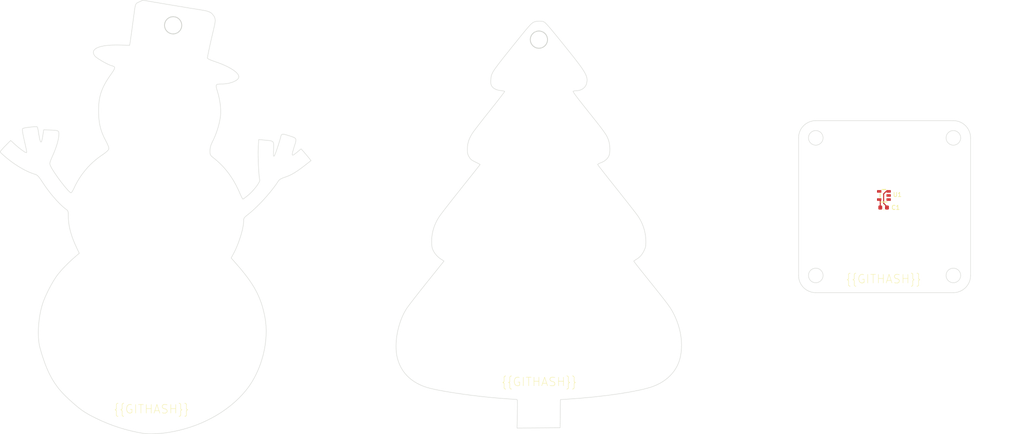
<source format=kicad_pcb>
(kicad_pcb (version 20221018) (generator pcbnew)
  (layers (0 "F.Cu" signal) (31 "B.Cu" signal) (34 "B.Paste" user) (35 "F.Paste" user) (36 "B.SilkS" user "B.Silkscreen") (37 "F.SilkS" user "F.Silkscreen") (38 "B.Mask" user) (39 "F.Mask" user) (44 "Edge.Cuts" user))
  (net 0 "")
  (net 1 "input")
  (net 2 "gnd")
  (net 3 "nc")
  (net 4 "output")
  (net 5 "vcc")
  (footprint "lib:C0603" (layer "F.Cu") (at 241.4 98)
    (fp_text reference "C1" (at 2.8 0) (layer "F.SilkS"))
    (fp_text value "50V 100nF X7R ±10% 0603  Multilayer Ceramic Capacitors MLCC - SMD/SMT ROHS")
    (fp_line (start -0.14058 -0.51) (end 0.14058 -0.51) (stroke (width 0.12)) (layer "F.SilkS"))
    (fp_line (start -0.14058 0.51) (end 0.14058 0.51) (stroke (width 0.12)) (layer "F.SilkS"))
    (pad "1" smd roundrect (at -0.775 0) (size 0.9 0.95) (layers "F.Cu" "F.Paste" "F.Mask") (net 5 "vcc"))
    (pad "2" smd roundrect (at 0.775 0) (size 0.9 0.95) (layers "F.Cu" "F.Paste" "F.Mask") (net 2 "gnd"))
  )
  (footprint "lib:SOT-23-5_L2.9-W1.6-P0.95-LS2.8-BR" (layer "F.Cu") (at 241.47 95.19)
    (fp_text reference "U1" (at 3.13 -0.19) (layer "F.SilkS"))
    (fp_text value "")
    (fp_line (start -0.89 0.38) (end -0.89 -0.38) (stroke (width 0.25)) (layer "F.SilkS"))
    (fp_line (start -0.7 1.53) (end 0.7 1.53) (stroke (width 0.25)) (layer "F.SilkS"))
    (fp_line (start -0.42 -1.39) (end 0.42 -1.39) (stroke (width 0.25)) (layer "F.SilkS"))
    (pad "1" smd rect (at 1.1 0.95 90) (size 0.6 1) (layers "F.Cu" "F.Paste" "F.Mask") (net 3 "nc"))
    (pad "2" smd rect (at 1.1 0 90) (size 0.6 1) (layers "F.Cu" "F.Paste" "F.Mask") (net 1 "input"))
    (pad "3" smd rect (at 1.1 -0.95 90) (size 0.6 1) (layers "F.Cu" "F.Paste" "F.Mask") (net 2 "gnd"))
    (pad "4" smd rect (at -1.1 -0.95 90) (size 0.6 1) (layers "F.Cu" "F.Paste" "F.Mask") (net 4 "output"))
    (pad "5" smd rect (at -1.1 0.95 90) (size 0.6 1) (layers "F.Cu" "F.Paste" "F.Mask") (net 5 "vcc"))
  )
  (gr_circle (center 225.62 81.79) (end 227.32 81.79) (stroke (width 0.1)) (fill none) (layer "Edge.Cuts"))
  (gr_circle (center 257.62 113.79) (end 259.32 113.79) (stroke (width 0.1)) (fill none) (layer "Edge.Cuts"))
  (gr_circle (center 257.62 81.79) (end 259.32 81.79) (stroke (width 0.1)) (fill none) (layer "Edge.Cuts"))
  (gr_poly (pts (xy 75.142222 50.797022) (xy 79.756606 51.568267) (xy 82.366969 51.99203) (xy 83.019066 52.095762) (xy 83.303876 52.146979) (xy 83.563537 52.198618) (xy 83.799806 52.251323) (xy 84.01444 52.305736) (xy 84.209196 52.362498) (xy 84.385831 52.422252) (xy 84.546102 52.485641) (xy 84.691766 52.553306) (xy 84.824581 52.62589) (xy 84.946303 52.704035) (xy 85.05869 52.788383) (xy 85.163499 52.879577) (xy 85.262486 52.978258) (xy 85.357409 53.08507) (xy 85.479286 53.234958) (xy 85.586233 53.378736) (xy 85.634185 53.44915) (xy 85.678498 53.519015) (xy 85.719202 53.588656) (xy 85.75633 53.658402) (xy 85.789911 53.728576) (xy 85.819976 53.799506) (xy 85.846558 53.871517) (xy 85.869686 53.944936) (xy 85.889392 54.020089) (xy 85.905707 54.097301) (xy 85.918662 54.176899) (xy 85.928287 54.259209) (xy 85.934615 54.344557) (xy 85.937675 54.433269) (xy 85.937499 54.525672) (xy 85.934119 54.62209) (xy 85.927564 54.722851) (xy 85.917866 54.82828) (xy 85.889166 55.054449) (xy 85.848266 55.303204) (xy 85.795414 55.577155) (xy 85.730859 55.878909) (xy 85.654849 56.211077) (xy 84.878546 59.55341) (xy 84.657875 60.550977) (xy 84.450892 61.532488) (xy 84.331406 62.116419) (xy 84.229648 62.629765) (xy 84.15639 63.017063) (xy 84.122409 63.222849) (xy 84.123062 63.236814) (xy 84.127967 63.251873) (xy 84.137065 63.268001) (xy 84.150302 63.285171) (xy 84.167619 63.303357) (xy 84.188962 63.322534) (xy 84.214273 63.342674) (xy 84.243497 63.363751) (xy 84.313454 63.408613) (xy 84.398381 63.456909) (xy 84.497828 63.50843) (xy 84.611342 63.562966) (xy 84.738473 63.620306) (xy 84.878767 63.680241) (xy 85.031775 63.742561) (xy 85.197043 63.807056) (xy 85.374121 63.873515) (xy 85.562558 63.94173) (xy 85.7619 64.011489) (xy 85.971698 64.082583) (xy 86.585981 64.296029) (xy 87.172975 64.516947) (xy 87.730729 64.744054) (xy 88.257293 64.976069) (xy 88.75072 65.211708) (xy 89.209058 65.449689) (xy 89.63036 65.68873) (xy 90.012676 65.927548) (xy 90.354056 66.16486) (xy 90.652552 66.399385) (xy 90.906214 66.629839) (xy 91.113092 66.85494) (xy 91.271238 67.073405) (xy 91.378702 67.283953) (xy 91.412819 67.385857) (xy 91.433535 67.485301) (xy 91.440605 67.582123) (xy 91.433787 67.676165) (xy 91.41712 67.753004) (xy 91.390362 67.829368) (xy 91.35383 67.905131) (xy 91.307839 67.980165) (xy 91.252707 68.054343) (xy 91.188749 68.12754) (xy 91.116281 68.199626) (xy 91.03562 68.270477) (xy 90.947082 68.339964) (xy 90.850984 68.407961) (xy 90.747641 68.47434) (xy 90.637371 68.538975) (xy 90.520488 68.601739) (xy 90.39731 68.662505) (xy 90.268153 68.721145) (xy 90.133332 68.777534) (xy 89.993165 68.831543) (xy 89.847967 68.883047) (xy 89.543745 68.978027) (xy 89.223197 69.06146) (xy 88.888852 69.132329) (xy 88.54324 69.189618) (xy 88.188892 69.232313) (xy 88.009232 69.24787) (xy 87.828337 69.259397) (xy 87.646523 69.266767) (xy 87.464106 69.269854) (xy 87.202959 69.272042) (xy 86.97453 69.277492) (xy 86.777472 69.288473) (xy 86.690288 69.296746) (xy 86.610443 69.307253) (xy 86.537768 69.320276) (xy 86.472096 69.3361) (xy 86.413258 69.355009) (xy 86.361087 69.377285) (xy 86.315414 69.403211) (xy 86.276071 69.433073) (xy 86.24289 69.467154) (xy 86.215703 69.505736) (xy 86.194342 69.549103) (xy 86.178638 69.59754) (xy 86.168424 69.65133) (xy 86.163532 69.710755) (xy 86.163793 69.776101) (xy 86.169039 69.847649) (xy 86.179102 69.925685) (xy 86.193814 70.010491) (xy 86.236514 70.20155) (xy 86.295792 70.423093) (xy 86.370304 70.677389) (xy 86.458705 70.966708) (xy 86.582128 71.384478) (xy 86.694998 71.803093) (xy 86.797211 72.221567) (xy 86.888665 72.638919) (xy 86.969257 73.054166) (xy 87.038885 73.466323) (xy 87.097447 73.874409) (xy 87.144838 74.277439) (xy 87.180958 74.674432) (xy 87.205702 75.064404) (xy 87.21897 75.446371) (xy 87.220657 75.819352) (xy 87.210662 76.182361) (xy 87.188881 76.534418) (xy 87.155212 76.874538) (xy 87.109553 77.201739) (xy 86.986123 77.871628) (xy 86.830027 78.558912) (xy 86.643845 79.255662) (xy 86.430157 79.953949) (xy 86.19154 80.645848) (xy 85.930575 81.323429) (xy 85.649841 81.978766) (xy 85.351916 82.60393) (xy 85.189192 82.938586) (xy 85.118752 83.093315) (xy 85.055229 83.240939) (xy 84.998352 83.382431) (xy 84.947849 83.518761) (xy 84.903447 83.650903) (xy 84.864875 83.779828) (xy 84.831859 83.906506) (xy 84.804129 84.031911) (xy 84.781412 84.157013) (xy 84.763435 84.282785) (xy 84.749927 84.410197) (xy 84.740615 84.540223) (xy 84.735228 84.673833) (xy 84.733493 84.811999) (xy 84.736223 85.129082) (xy 84.741369 85.261496) (xy 84.750575 85.379459) (xy 84.764997 85.485194) (xy 84.774524 85.534172) (xy 84.785789 85.580928) (xy 84.798934 85.625739) (xy 84.814106 85.668884) (xy 84.831447 85.710641) (xy 84.851104 85.751288) (xy 84.873219 85.791103) (xy 84.897937 85.830364) (xy 84.925403 85.869349) (xy 84.955761 85.908337) (xy 84.989155 85.947605) (xy 85.02573 85.987432) (xy 85.109 86.069873) (xy 85.206725 86.157886) (xy 85.320061 86.253696) (xy 85.598185 86.477602) (xy 86.096863 86.886277) (xy 86.577755 87.306529) (xy 87.04138 87.739064) (xy 87.488258 88.184586) (xy 87.918909 88.6438) (xy 88.333852 89.117412) (xy 88.733607 89.606125) (xy 89.118694 90.110646) (xy 89.489632 90.631678) (xy 89.846941 91.169927) (xy 90.19114 91.726098) (xy 90.52275 92.300895) (xy 90.84229 92.895024) (xy 91.150279 93.509189) (xy 91.447237 94.144095) (xy 91.733683 94.800448) (xy 91.84059 95.047283) (xy 91.945802 95.277558) (xy 92.046625 95.486234) (xy 92.140364 95.668271) (xy 92.224324 95.818627) (xy 92.295813 95.932265) (xy 92.326039 95.973739) (xy 92.352136 96.004143) (xy 92.373767 96.022848) (xy 92.382804 96.027616) (xy 92.390597 96.029223) (xy 92.399173 96.028006) (xy 92.410522 96.024397) (xy 92.441219 96.010237) (xy 92.482045 95.987221) (xy 92.53236 95.955824) (xy 92.591521 95.916524) (xy 92.658887 95.869798) (xy 92.815666 95.755976) (xy 92.997564 95.618173) (xy 93.199447 95.460204) (xy 93.416182 95.285885) (xy 93.642634 95.099032) (xy 93.891007 94.882848) (xy 94.141366 94.648628) (xy 94.390948 94.400061) (xy 94.636991 94.140836) (xy 94.87673 93.874641) (xy 95.107403 93.605164) (xy 95.326247 93.336095) (xy 95.530498 93.071122) (xy 95.717394 92.813933) (xy 95.884171 92.568218) (xy 96.028066 92.337665) (xy 96.146316 92.125962) (xy 96.236159 91.936798) (xy 96.294829 91.773863) (xy 96.311612 91.703383) (xy 96.319566 91.640844) (xy 96.318345 91.586706) (xy 96.307605 91.54143) (xy 96.264441 91.378418) (xy 96.221593 91.121805) (xy 96.138989 90.373142) (xy 96.064068 89.386161) (xy 96.001109 88.251583) (xy 95.954389 87.060129) (xy 95.928186 85.902519) (xy 95.926777 84.869474) (xy 95.95444 84.051714) (xy 96.07471 82.177477) (xy 97.36716 82.304781) (xy 98.13507 82.379263) (xy 98.441266 82.413109) (xy 98.700599 82.449744) (xy 98.916803 82.492956) (xy 99.009898 82.518212) (xy 99.09361 82.546534) (xy 99.168406 82.578395) (xy 99.234753 82.614268) (xy 99.293117 82.654627) (xy 99.343964 82.699946) (xy 99.387763 82.750698) (xy 99.424978 82.807357) (xy 99.456076 82.870396) (xy 99.481525 82.94029) (xy 99.501791 83.017511) (xy 99.51734 83.102533) (xy 99.536155 83.297877) (xy 99.541702 83.530109) (xy 99.537716 83.803018) (xy 99.51607 84.486025) (xy 99.501811 85.019341) (xy 99.495778 85.429631) (xy 99.49953 85.727933) (xy 99.505563 85.838537) (xy 99.514626 85.925284) (xy 99.526915 85.989553) (xy 99.542625 86.032723) (xy 99.551823 86.046828) (xy 99.56195 86.056175) (xy 99.573029 86.060938) (xy 99.585085 86.061289) (xy 99.612224 86.049443) (xy 99.643564 86.022019) (xy 99.679299 85.980395) (xy 99.719623 85.925951) (xy 99.770963 85.835961) (xy 99.83738 85.6921) (xy 100.00736 85.267042) (xy 100.213404 84.699332) (xy 100.439353 84.037526) (xy 100.669049 83.330178) (xy 100.886332 82.625845) (xy 101.075044 81.973082) (xy 101.219027 81.420443) (xy 101.232451 81.367288) (xy 101.246658 81.317349) (xy 101.261814 81.270604) (xy 101.278084 81.227032) (xy 101.295634 81.186611) (xy 101.314631 81.149321) (xy 101.33524 81.115138) (xy 101.357628 81.084043) (xy 101.381959 81.056013) (xy 101.4084 81.031027) (xy 101.437117 81.009064) (xy 101.468275 80.990102) (xy 101.502041 80.974119) (xy 101.538581 80.961095) (xy 101.578059 80.951007) (xy 101.620643 80.943835) (xy 101.666497 80.939556) (xy 101.715788 80.938149) (xy 101.768682 80.939594) (xy 101.825345 80.943867) (xy 101.885942 80.950949) (xy 101.950639 80.960817) (xy 102.019603 80.97345) (xy 102.092998 80.988826) (xy 102.170992 81.006924) (xy 102.253749 81.027723) (xy 102.434219 81.077337) (xy 102.635734 81.137495) (xy 102.859622 81.208025) (xy 103.581471 81.438726) (xy 103.868146 81.535185) (xy 104.108644 81.625316) (xy 104.212356 81.669476) (xy 104.305459 81.713816) (xy 104.388264 81.758923) (xy 104.461082 81.805384) (xy 104.524226 81.853787) (xy 104.578006 81.904719) (xy 104.622735 81.958768) (xy 104.658725 82.01652) (xy 104.686285 82.078563) (xy 104.705729 82.145484) (xy 104.717368 82.217871) (xy 104.721513 82.296311) (xy 104.718476 82.381392) (xy 104.708568 82.4737) (xy 104.692102 82.573823) (xy 104.669388 82.682348) (xy 104.606464 82.926954) (xy 104.522289 83.212218) (xy 104.300158 83.92351) (xy 104.076968 84.658354) (xy 103.993442 84.95378) (xy 103.929762 85.203046) (xy 103.886777 85.407528) (xy 103.865337 85.568604) (xy 103.862962 85.633296) (xy 103.866292 85.687652) (xy 103.875434 85.731846) (xy 103.890492 85.766049) (xy 103.911574 85.790433) (xy 103.938786 85.805172) (xy 103.972234 85.810436) (xy 104.012025 85.806398) (xy 104.058263 85.79323) (xy 104.111056 85.771105) (xy 104.236732 85.700671) (xy 104.3899 85.596472) (xy 104.571411 85.459887) (xy 105.02286 85.095065) (xy 105.918216 84.355181) (xy 106.388476 84.86751) (xy 106.496975 84.987739) (xy 106.625318 85.133369) (xy 106.92254 85.478508) (xy 107.242155 85.858286) (xy 107.546176 86.22806) (xy 108.2336 87.076296) (xy 106.72333 88.254687) (xy 106.031007 88.783192) (xy 105.392025 89.245391) (xy 105.089314 89.453516) (xy 104.796071 89.647331) (xy 104.511007 89.827593) (xy 104.232833 89.995056) (xy 103.960259 90.150478) (xy 103.691998 90.294613) (xy 103.426759 90.428217) (xy 103.163254 90.552046) (xy 102.900193 90.666855) (xy 102.636288 90.773401) (xy 102.370249 90.872439) (xy 102.100787 90.964724) (xy 101.955978 91.013649) (xy 101.818902 91.062832) (xy 101.689432 91.112348) (xy 101.567439 91.162273) (xy 101.452795 91.212683) (xy 101.345371 91.263651) (xy 101.245039 91.315254) (xy 101.151671 91.367567) (xy 101.065138 91.420665) (xy 100.985313 91.474624) (xy 100.912065 91.529517) (xy 100.845269 91.585421) (xy 100.784794 91.642412) (xy 100.730512 91.700563) (xy 100.682296 91.759951) (xy 100.640017 91.82065) (xy 100.313962 92.312951) (xy 99.958065 92.82026) (xy 99.575318 93.339289) (xy 99.168711 93.866747) (xy 98.741234 94.399346) (xy 98.295878 94.933795) (xy 97.835635 95.466804) (xy 97.363494 95.995083) (xy 96.882446 96.515343) (xy 96.395482 97.024295) (xy 95.905593 97.518647) (xy 95.415769 97.995111) (xy 94.929002 98.450396) (xy 94.44828 98.881213) (xy 93.976596 99.284272) (xy 93.51694 99.656283) (xy 93.364132 99.777198) (xy 93.228349 99.887118) (xy 93.108601 99.987555) (xy 93.003899 100.080022) (xy 92.913256 100.166032) (xy 92.835682 100.247098) (xy 92.770188 100.324733) (xy 92.741662 100.362737) (xy 92.715786 100.40045) (xy 92.692435 100.438062) (xy 92.671487 100.475762) (xy 92.652817 100.513738) (xy 92.636302 100.552181) (xy 92.621819 100.591279) (xy 92.609244 100.631221) (xy 92.589322 100.714395) (xy 92.575548 100.803215) (xy 92.566934 100.899195) (xy 92.56249 101.003847) (xy 92.561229 101.118685) (xy 92.548214 101.459191) (xy 92.510172 101.840399) (xy 92.448603 102.257479) (xy 92.365007 102.705605) (xy 92.260885 103.179948) (xy 92.137739 103.675679) (xy 91.997068 104.187971) (xy 91.840373 104.711996) (xy 91.669155 105.242926) (xy 91.484915 105.775933) (xy 91.289154 106.306188) (xy 91.083372 106.828864) (xy 90.86907 107.339132) (xy 90.647749 107.832164) (xy 90.420909 108.303133) (xy 90.190051 108.74721) (xy 89.658061 109.729433) (xy 90.799319 111.025652) (xy 91.552256 111.894452) (xy 92.247519 112.726345) (xy 92.887901 113.52649) (xy 93.476195 114.300047) (xy 94.015193 115.052178) (xy 94.507688 115.788042) (xy 94.956473 116.5128) (xy 95.364341 117.231612) (xy 95.734083 117.949638) (xy 96.068493 118.672038) (xy 96.370364 119.403974) (xy 96.642488 120.150605) (xy 96.887657 120.917091) (xy 97.108665 121.708593) (xy 97.308304 122.530271) (xy 97.489367 123.387286) (xy 97.659586 124.435519) (xy 97.764545 125.512723) (xy 97.805707 126.613102) (xy 97.784533 127.73086) (xy 97.702485 128.860202) (xy 97.561026 129.995332) (xy 97.361618 131.130454) (xy 97.105722 132.259774) (xy 96.794801 133.377494) (xy 96.430316 134.47782) (xy 96.01373 135.554956) (xy 95.546505 136.603107) (xy 95.030102 137.616476) (xy 94.465984 138.589268) (xy 93.855613 139.515689) (xy 93.20045 140.389941) (xy 92.386005 141.350273) (xy 91.510226 142.273552) (xy 90.576227 143.158109) (xy 89.587122 144.002278) (xy 88.546024 144.80439) (xy 87.456048 145.562779) (xy 86.320308 146.275777) (xy 85.141916 146.941716) (xy 83.923988 147.558929) (xy 82.669636 148.125749) (xy 81.381976 148.640508) (xy 80.06412 149.101539) (xy 78.719182 149.507174) (xy 77.350277 149.855747) (xy 75.960518 150.145589) (xy 74.553019 150.375033) (xy 73.862872 150.459306) (xy 73.131633 150.525975) (xy 72.383923 150.574372) (xy 71.644361 150.603827) (xy 70.93757 150.613671) (xy 70.288169 150.603235) (xy 69.720779 150.57185) (xy 69.475532 150.548093) (xy 69.26002 150.518847) (xy 69.260051 150.518832) (xy 67.831835 150.262486) (xy 66.416949 149.953785) (xy 65.016193 149.592984) (xy 63.630368 149.180338) (xy 62.260274 148.716103) (xy 60.90671 148.200532) (xy 59.570477 147.633881) (xy 58.252375 147.016405) (xy 57.283074 146.528505) (xy 56.847829 146.298277) (xy 56.438641 146.072324) (xy 56.050351 145.846994) (xy 55.6778 145.618633) (xy 55.315827 145.383588) (xy 54.959273 145.138205) (xy 54.602979 144.87883) (xy 54.241783 144.601811) (xy 53.870528 144.303492) (xy 53.484054 143.980222) (xy 52.644807 143.244211) (xy 51.682765 142.36455) (xy 51.097036 141.804159) (xy 50.54538 141.238954) (xy 50.025658 140.665073) (xy 49.535731 140.078649) (xy 49.07346 139.475819) (xy 48.636705 138.852719) (xy 48.223328 138.205483) (xy 47.831189 137.530249) (xy 47.458149 136.823151) (xy 47.10207 136.080325) (xy 46.760812 135.297907) (xy 46.432236 134.472032) (xy 46.114202 133.598836) (xy 45.804573 132.674455) (xy 45.501208 131.695024) (xy 45.201968 130.656679) (xy 45.078569 130.147371) (xy 44.978794 129.594224) (xy 44.90231 129.00242) (xy 44.848785 128.377144) (xy 44.817886 127.723579) (xy 44.809281 127.046907) (xy 44.822637 126.352311) (xy 44.857621 125.644974) (xy 44.913901 124.93008) (xy 44.991145 124.212811) (xy 45.089019 123.498351) (xy 45.207191 122.791883) (xy 45.345328 122.098589) (xy 45.503099 121.423652) (xy 45.68017 120.772256) (xy 45.876208 120.149584) (xy 46.005143 119.787909) (xy 46.154924 119.401263) (xy 46.508073 118.570286) (xy 46.917749 117.69111) (xy 47.366047 116.79819) (xy 47.83506 115.92598) (xy 48.306883 115.108937) (xy 48.76361 114.381515) (xy 48.980717 114.062179) (xy 49.187335 113.77817) (xy 49.387433 113.519297) (xy 49.599256 113.255538) (xy 50.056372 112.715109) (xy 50.555279 112.160374) (xy 51.092575 111.594824) (xy 51.664855 111.021952) (xy 52.268718 110.445248) (xy 52.900758 109.868205) (xy 53.557574 109.294314) (xy 54.329783 108.634142) (xy 53.616031 107.110232) (xy 53.390001 106.6154) (xy 53.179365 106.128819) (xy 52.984012 105.650049) (xy 52.803829 105.178652) (xy 52.638704 104.71419) (xy 52.488525 104.256224) (xy 52.353181 103.804315) (xy 52.232559 103.358025) (xy 52.126547 102.916915) (xy 52.035034 102.480548) (xy 51.957906 102.048484) (xy 51.895053 101.620284) (xy 51.846363 101.195511) (xy 51.811722 100.773726) (xy 51.79102 100.35449) (xy 51.784144 99.937365) (xy 51.780657 99.620612) (xy 51.776007 99.482669) (xy 51.769161 99.357285) (xy 51.759927 99.243666) (xy 51.748111 99.141014) (xy 51.733519 99.048534) (xy 51.715958 98.96543) (xy 51.695233 98.890904) (xy 51.671153 98.824161) (xy 51.643523 98.764406) (xy 51.612149 98.71084) (xy 51.576839 98.662669) (xy 51.537399 98.619096) (xy 51.493635 98.579325) (xy 51.445353 98.542559) (xy 51.149902 98.324092) (xy 50.839064 98.073347) (xy 50.514896 97.792628) (xy 50.179453 97.484238) (xy 49.834791 97.150482) (xy 49.482966 96.793665) (xy 49.126033 96.41609) (xy 48.766047 96.020062) (xy 48.405065 95.607885) (xy 48.045142 95.181864) (xy 47.688333 94.744302) (xy 47.336694 94.297504) (xy 46.992281 93.843774) (xy 46.657149 93.385417) (xy 46.333354 92.924737) (xy 46.022952 92.464037) (xy 45.611719 91.844971) (xy 45.279782 91.362091) (xy 45.137757 91.165551) (xy 45.008606 90.995655) (xy 44.89001 90.849933) (xy 44.779654 90.725918) (xy 44.675221 90.621143) (xy 44.574392 90.533138) (xy 44.474852 90.459437) (xy 44.374284 90.397571) (xy 44.27037 90.345073) (xy 44.160793 90.299474) (xy 44.043237 90.258307) (xy 43.915385 90.219103) (xy 43.593888 90.117525) (xy 43.255864 89.996009) (xy 42.903268 89.855657) (xy 42.538058 89.697573) (xy 42.162189 89.522858) (xy 41.777618 89.332616) (xy 41.386301 89.127951) (xy 40.990194 88.909964) (xy 40.591254 88.679759) (xy 40.191438 88.438438) (xy 39.792701 88.187105) (xy 39.396999 87.926862) (xy 39.00629 87.658812) (xy 38.622529 87.384058) (xy 38.247673 87.103703) (xy 37.883677 86.81885) (xy 37.49456 86.502783) (xy 37.131548 86.199554) (xy 36.802586 85.916398) (xy 36.515619 85.660548) (xy 36.278593 85.439239) (xy 36.099452 85.259705) (xy 36.034071 85.187865) (xy 35.986141 85.129182) (xy 35.956654 85.08456) (xy 35.946605 85.054903) (xy 35.948192 85.042433) (xy 35.952903 85.026953) (xy 35.971384 84.987332) (xy 36.001425 84.936776) (xy 36.042403 84.876021) (xy 36.093695 84.805804) (xy 36.154681 84.726859) (xy 36.224736 84.639924) (xy 36.303239 84.545735) (xy 36.389567 84.445026) (xy 36.483097 84.338536) (xy 36.689276 84.11115) (xy 36.916796 83.869466) (xy 37.037003 83.745102) (xy 37.160678 83.619372) (xy 38.374759 82.395922) (xy 39.365809 83.301684) (xy 39.814301 83.698656) (xy 40.266196 84.075272) (xy 40.704205 84.419302) (xy 41.111041 84.718514) (xy 41.469414 84.960676) (xy 41.625024 85.056541) (xy 41.762035 85.133557) (xy 41.878286 85.190195) (xy 41.971615 85.224926) (xy 42.039863 85.236222) (xy 42.063905 85.232603) (xy 42.080867 85.222552) (xy 42.085566 85.215268) (xy 42.089233 85.203934) (xy 42.093537 85.169549) (xy 42.093921 85.120268) (xy 42.090523 85.056964) (xy 42.083485 84.98051) (xy 42.072948 84.891778) (xy 42.059051 84.79164) (xy 42.041937 84.68097) (xy 41.998614 84.43152) (xy 41.944105 84.150408) (xy 41.879534 83.844615) (xy 41.806025 83.52112) (xy 41.578977 82.541169) (xy 41.399614 81.732306) (xy 41.265507 81.079136) (xy 41.174225 80.56626) (xy 41.123338 80.17828) (xy 41.112283 80.026315) (xy 41.110416 79.899799) (xy 41.117432 79.796809) (xy 41.133029 79.71542) (xy 41.156901 79.653706) (xy 41.188746 79.609743) (xy 41.213078 79.592846) (xy 41.252556 79.575085) (xy 41.372962 79.537437) (xy 41.541984 79.497733) (xy 41.751641 79.456905) (xy 42.26094 79.37561) (xy 42.837013 79.301016) (xy 43.416018 79.240586) (xy 43.934111 79.201782) (xy 44.150364 79.192822) (xy 44.327447 79.192067) (xy 44.45738 79.20045) (xy 44.532183 79.218905) (xy 44.538527 79.223215) (xy 44.545097 79.229471) (xy 44.551878 79.23762) (xy 44.558855 79.247608) (xy 44.573336 79.272888) (xy 44.588416 79.304879) (xy 44.603974 79.343154) (xy 44.619887 79.387282) (xy 44.636031 79.436835) (xy 44.652284 79.491383) (xy 44.668525 79.550496) (xy 44.684629 79.613746) (xy 44.700475 79.680703) (xy 44.715939 79.750937) (xy 44.7309 79.82402) (xy 44.745234 79.899521) (xy 44.75882 79.977012) (xy 44.771533 80.056063) (xy 44.946351 81.130774) (xy 45.025944 81.564983) (xy 45.101061 81.931234) (xy 45.172253 82.230134) (xy 45.24007 82.462288) (xy 45.305063 82.628302) (xy 45.336673 82.686696) (xy 45.367783 82.728781) (xy 45.398463 82.754634) (xy 45.428781 82.764331) (xy 45.458807 82.757947) (xy 45.488608 82.735557) (xy 45.518254 82.697238) (xy 45.547814 82.643066) (xy 45.606951 82.487462) (xy 45.666568 82.269351) (xy 45.727218 81.98934) (xy 45.78945 81.648032) (xy 45.853816 81.246035) (xy 46.055377 79.918581) (xy 47.417926 79.96628) (xy 48.109143 79.993687) (xy 48.392021 80.009194) (xy 48.636741 80.027435) (xy 48.846051 80.049559) (xy 49.022696 80.076715) (xy 49.169424 80.110051) (xy 49.288982 80.150717) (xy 49.339431 80.174158) (xy 49.384117 80.199861) (xy 49.423385 80.227972) (xy 49.457577 80.258632) (xy 49.487036 80.291987) (xy 49.512107 80.32818) (xy 49.533132 80.367353) (xy 49.550455 80.409652) (xy 49.575367 80.504197) (xy 49.589592 80.612965) (xy 49.595876 80.737105) (xy 49.596965 80.877764) (xy 49.590289 81.099803) (xy 49.571905 81.336737) (xy 49.542029 81.587807) (xy 49.500879 81.852253) (xy 49.448672 82.129318) (xy 49.385623 82.418243) (xy 49.311951 82.718269) (xy 49.227873 83.028637) (xy 49.133604 83.34859) (xy 49.029362 83.677367) (xy 48.915364 84.014212) (xy 48.791827 84.358364) (xy 48.658967 84.709065) (xy 48.517002 85.065558) (xy 48.366148 85.427082) (xy 48.206622 85.792879) (xy 47.949769 86.374791) (xy 47.755997 86.832451) (xy 47.68104 87.021721) (xy 47.619784 87.188367) (xy 47.571537 87.335205) (xy 47.535609 87.465048) (xy 47.511311 87.580709) (xy 47.497952 87.685002) (xy 47.494842 87.78074) (xy 47.501291 87.870737) (xy 47.516609 87.957807) (xy 47.540106 88.044763) (xy 47.571091 88.134418) (xy 47.608874 88.229586) (xy 47.761079 88.551834) (xy 47.975096 88.939463) (xy 48.241913 89.380584) (xy 48.55252 89.863307) (xy 49.269066 90.905997) (xy 50.052651 91.972411) (xy 50.831193 92.967426) (xy 51.196047 93.408433) (xy 51.532609 93.795921) (xy 51.831869 94.117998) (xy 52.084818 94.362774) (xy 52.282443 94.518359) (xy 52.357694 94.558989) (xy 52.415736 94.572863) (xy 52.426811 94.571375) (xy 52.439084 94.56696) (xy 52.452509 94.559691) (xy 52.467041 94.549641) (xy 52.482633 94.536883) (xy 52.499239 94.521489) (xy 52.516813 94.503532) (xy 52.535309 94.483086) (xy 52.574881 94.435018) (xy 52.617586 94.377866) (xy 52.663055 94.312214) (xy 52.710918 94.238646) (xy 52.760808 94.157745) (xy 52.812354 94.070093) (xy 52.865187 93.976276) (xy 52.918939 93.876875) (xy 52.97324 93.772474) (xy 53.02772 93.663657) (xy 53.082012 93.551007) (xy 53.135745 93.435107) (xy 53.405424 92.869327) (xy 53.69623 92.311615) (xy 54.007442 91.76282) (xy 54.338342 91.223792) (xy 54.688208 90.695381) (xy 55.05632 90.178436) (xy 55.441958 89.673808) (xy 55.844402 89.182347) (xy 56.262932 88.704901) (xy 56.696828 88.242322) (xy 57.145369 87.795459) (xy 57.607836 87.365163) (xy 58.083508 86.952281) (xy 58.571665 86.557666) (xy 59.071586 86.182166) (xy 59.582553 85.826632) (xy 59.914962 85.598282) (xy 60.214172 85.3804) (xy 60.477869 85.17504) (xy 60.595674 85.077698) (xy 60.703732 84.984257) (xy 60.801753 84.894974) (xy 60.889447 84.810106) (xy 60.966524 84.72991) (xy 61.032694 84.654642) (xy 61.087669 84.584559) (xy 61.131158 84.519919) (xy 61.162872 84.460977) (xy 61.182521 84.407992) (xy 61.189444 84.378526) (xy 61.194656 84.347449) (xy 61.198136 84.314702) (xy 61.199864 84.280227) (xy 61.197977 84.205863) (xy 61.188829 84.123892) (xy 61.172254 84.033852) (xy 61.148084 83.935279) (xy 61.116154 83.82771) (xy 61.076297 83.71068) (xy 61.028345 83.583727) (xy 60.972134 83.446388) (xy 60.907495 83.298197) (xy 60.834263 83.138693) (xy 60.75227 82.967412) (xy 60.661351 82.783889) (xy 60.561339 82.587662) (xy 60.452067 82.378268) (xy 60.237971 81.961359) (xy 60.041673 81.555601) (xy 59.862568 81.158484) (xy 59.700049 80.767498) (xy 59.553508 80.380135) (xy 59.422339 79.993885) (xy 59.305935 79.60624) (xy 59.203689 79.21469) (xy 59.114995 78.816725) (xy 59.039245 78.409838) (xy 58.975833 77.991518) (xy 58.924151 77.559256) (xy 58.883594 77.110544) (xy 58.853553 76.642872) (xy 58.833423 76.153731) (xy 58.822596 75.640612) (xy 58.82378 75.019765) (xy 58.843433 74.425285) (xy 58.882591 73.854032) (xy 58.942291 73.302869) (xy 59.023569 72.768658) (xy 59.127459 72.248262) (xy 59.255 71.738542) (xy 59.407225 71.236361) (xy 59.585172 70.73858) (xy 59.789877 70.242062) (xy 60.022374 69.743669) (xy 60.283701 69.240263) (xy 60.574893 68.728705) (xy 60.896986 68.205859) (xy 61.251015 67.668586) (xy 61.638018 67.113749) (xy 61.84244 66.825076) (xy 62.020375 66.566593) (xy 62.17201 66.336298) (xy 62.29753 66.132187) (xy 62.397121 65.95226) (xy 62.470968 65.794512) (xy 62.498296 65.72333) (xy 62.519258 65.656942) (xy 62.533877 65.595098) (xy 62.542176 65.537547) (xy 62.544179 65.484039) (xy 62.539908 65.434323) (xy 62.529387 65.388151) (xy 62.512639 65.34527) (xy 62.489688 65.305431) (xy 62.460556 65.268384) (xy 62.425267 65.233878) (xy 62.383844 65.201662) (xy 62.33631 65.171487) (xy 62.282689 65.143103) (xy 62.157276 65.090703) (xy 62.007792 65.042459) (xy 61.834422 64.996371) (xy 61.657986 64.943069) (xy 61.445562 64.862593) (xy 61.203024 64.758325) (xy 60.93625 64.633653) (xy 60.353499 64.336631) (xy 59.744319 63.998608) (xy 59.155721 63.646664) (xy 58.634716 63.307879) (xy 58.414252 63.151884) (xy 58.228316 63.009334) (xy 58.082783 62.883614) (xy 57.983531 62.778109) (xy 57.869943 62.622242) (xy 57.777351 62.470362) (xy 57.705558 62.322559) (xy 57.654369 62.178917) (xy 57.623588 62.039526) (xy 57.613018 61.904471) (xy 57.622463 61.773839) (xy 57.651728 61.647718) (xy 57.700616 61.526195) (xy 57.768931 61.409356) (xy 57.856477 61.297289) (xy 57.963058 61.190081) (xy 58.088479 61.087819) (xy 58.232542 60.99059) (xy 58.395052 60.89848) (xy 58.575812 60.811578) (xy 58.774627 60.72997) (xy 58.991301 60.653743) (xy 59.225638 60.582984) (xy 59.477441 60.51778) (xy 59.746514 60.458218) (xy 60.032661 60.404385) (xy 60.335687 60.356369) (xy 60.655395 60.314256) (xy 60.991589 60.278134) (xy 61.344073 60.248089) (xy 61.712651 60.224208) (xy 62.097127 60.20658) (xy 62.497305 60.195289) (xy 62.912988 60.190424) (xy 63.343981 60.192072) (xy 63.790088 60.20032) (xy 66.056857 60.258219) (xy 66.273486 58.80189) (xy 66.542465 56.891029) (xy 66.884944 54.341891) (xy 67.190183 52.053843) (xy 67.248082 51.679802) (xy 67.303557 51.37005) (xy 67.359078 51.117137) (xy 67.417116 50.913616) (xy 67.48014 50.752035) (xy 67.55062 50.624945) (xy 67.631027 50.524898) (xy 67.72383 50.444442) (xy 67.831501 50.37613) (xy 67.956508 50.312512) (xy 68.268412 50.169558) (xy 69.100734 49.778315)) (stroke (width 0.1)) (fill none) (layer "Edge.Cuts"))
  (gr_arc (start 261.62 113.79) (mid 260.448427 116.618427) (end 257.62 117.79) (stroke (width 0.1)) (layer "Edge.Cuts"))
  (gr_arc (start 225.62 117.79) (mid 222.791573 116.618427) (end 221.62 113.79) (stroke (width 0.1)) (layer "Edge.Cuts"))
  (gr_line (start 261.62 113.79) (end 261.62 81.79) (stroke (width 0.1)) (layer "Edge.Cuts"))
  (gr_circle (center 161.229974 58.946031) (end 163.229974 58.946031) (stroke (width 0.2)) (fill none) (layer "Edge.Cuts"))
  (gr_line (start 221.62 81.79) (end 221.62 113.79) (stroke (width 0.1)) (layer "Edge.Cuts"))
  (gr_arc (start 257.62 77.79) (mid 260.448427 78.961573) (end 261.62 81.79) (stroke (width 0.1)) (layer "Edge.Cuts"))
  (gr_poly (pts (xy 161.429183 54.643361) (xy 161.588699 54.648976) (xy 161.743405 54.660128) (xy 161.8913 54.67685) (xy 162.030385 54.699174) (xy 162.158659 54.727132) (xy 162.274122 54.760758) (xy 162.374774 54.800082) (xy 162.418214 54.822065) (xy 162.465501 54.850416) (xy 162.517128 54.885713) (xy 162.573587 54.928531) (xy 162.702967 55.039035) (xy 162.857578 55.186538) (xy 163.041357 55.37565) (xy 163.258241 55.610981) (xy 163.512165 55.897139) (xy 163.807067 56.238735) (xy 164.146884 56.640378) (xy 164.53555 57.106678) (xy 164.977005 57.642244) (xy 165.475183 58.251687) (xy 166.657456 59.710639) (xy 168.113864 61.520411) (xy 169.490282 63.25197) (xy 170.562092 64.650979) (xy 170.993296 65.243203) (xy 171.359779 65.7732) (xy 171.665351 66.247941) (xy 171.913823 66.674396) (xy 172.109006 67.059535) (xy 172.254708 67.41033) (xy 172.354741 67.733749) (xy 172.412915 68.036764) (xy 172.433041 68.326344) (xy 172.418927 68.609461) (xy 172.374385 68.893084) (xy 172.303226 69.184183) (xy 172.274597 69.278158) (xy 172.242 69.369887) (xy 172.205507 69.459324) (xy 172.165188 69.546423) (xy 172.121114 69.631137) (xy 172.073357 69.713419) (xy 172.021987 69.793223) (xy 171.967076 69.870502) (xy 171.908694 69.945208) (xy 171.846914 70.017296) (xy 171.781806 70.08672) (xy 171.71344 70.153431) (xy 171.641889 70.217383) (xy 171.567223 70.278531) (xy 171.489513 70.336826) (xy 171.408831 70.392223) (xy 171.325247 70.444674) (xy 171.238833 70.494134) (xy 171.14966 70.540554) (xy 171.057799 70.58389) (xy 170.96332 70.624093) (xy 170.866295 70.661118) (xy 170.766796 70.694917) (xy 170.664893 70.725444) (xy 170.560657 70.752652) (xy 170.45416 70.776495) (xy 170.345472 70.796926) (xy 170.234664 70.813898) (xy 170.121809 70.827364) (xy 170.006976 70.837278) (xy 169.890237 70.843593) (xy 169.771663 70.846262) (xy 169.726607 70.847177) (xy 169.681188 70.849133) (xy 169.590479 70.855957) (xy 169.501974 70.8663) (xy 169.418107 70.879728) (xy 169.378675 70.887463) (xy 169.341315 70.895806) (xy 169.306334 70.904703) (xy 169.274034 70.9141) (xy 169.244721 70.923942) (xy 169.218699 70.934176) (xy 169.196272 70.944746) (xy 169.177745 70.955599) (xy 169.171643 70.965792) (xy 169.172154 70.983757) (xy 169.17922 71.009417) (xy 169.192785 71.042693) (xy 169.239181 71.131786) (xy 169.310885 71.250417) (xy 169.407439 71.397965) (xy 169.528385 71.573811) (xy 169.673265 71.777334) (xy 169.841623 72.007915) (xy 170.246938 72.547768) (xy 170.740668 73.18841) (xy 171.319154 73.924882) (xy 171.978732 74.752222) (xy 174.641332 78.093405) (xy 175.537111 79.246786) (xy 176.200008 80.134787) (xy 176.673118 80.816979) (xy 176.99954 81.352933) (xy 177.222371 81.802218) (xy 177.384708 82.224406) (xy 177.462833 82.472098) (xy 177.531331 82.72855) (xy 177.59016 82.991701) (xy 177.639284 83.259489) (xy 177.678662 83.529854) (xy 177.708257 83.800735) (xy 177.728028 84.070071) (xy 177.737937 84.335802) (xy 177.737946 84.595867) (xy 177.728014 84.848205) (xy 177.708104 85.090755) (xy 177.678176 85.321456) (xy 177.638191 85.538248) (xy 177.588111 85.739069) (xy 177.527896 85.92186) (xy 177.457507 86.084559) (xy 177.391656 86.207668) (xy 177.318059 86.327563) (xy 177.236853 86.444134) (xy 177.148173 86.557272) (xy 177.052156 86.666869) (xy 176.948938 86.772814) (xy 176.838657 86.874999) (xy 176.721448 86.973315) (xy 176.597448 87.067652) (xy 176.466794 87.157903) (xy 176.32962 87.243956) (xy 176.186065 87.325705) (xy 176.036265 87.403039) (xy 175.880355 87.475849) (xy 175.718473 87.544027) (xy 175.550754 87.607462) (xy 175.482045 87.632835) (xy 175.415483 87.658969) (xy 175.351405 87.685667) (xy 175.290146 87.712731) (xy 175.23204 87.739963) (xy 175.177423 87.767164) (xy 175.126631 87.794136) (xy 175.079997 87.820681) (xy 175.037859 87.846601) (xy 175.00055 87.871698) (xy 174.968407 87.895773) (xy 174.941764 87.918629) (xy 174.920956 87.940066) (xy 174.90632 87.959888) (xy 174.898189 87.977896) (xy 174.896668 87.986157) (xy 174.8969 87.993891) (xy 174.922027 88.037315) (xy 174.991394 88.135797) (xy 175.25375 88.486297) (xy 176.209258 89.720013) (xy 177.617844 91.508896) (xy 179.333926 93.666804) (xy 181.092323 95.879526) (xy 182.616098 97.817656) (xy 183.742073 99.272256) (xy 184.307071 100.034388) (xy 184.515284 100.360502) (xy 184.7117 100.694247) (xy 184.896111 101.034954) (xy 185.068309 101.381957) (xy 185.228084 101.734588) (xy 185.375229 102.092181) (xy 185.509535 102.454068) (xy 185.630794 102.819582) (xy 185.738797 103.188056) (xy 185.833335 103.558822) (xy 185.914201 103.931214) (xy 185.981186 104.304563) (xy 186.034081 104.678204) (xy 186.072678 105.051468) (xy 186.096768 105.423689) (xy 186.106143 105.794199) (xy 186.105091 106.172735) (xy 186.095928 106.491761) (xy 186.087599 106.633067) (xy 186.076394 106.764426) (xy 186.062032 106.887483) (xy 186.044229 107.003882) (xy 186.022703 107.115265) (xy 185.997171 107.223277) (xy 185.967351 107.329562) (xy 185.932961 107.435763) (xy 185.893716 107.543524) (xy 185.849336 107.654488) (xy 185.744037 107.892603) (xy 185.654537 108.079442) (xy 185.563285 108.257402) (xy 185.469989 108.426825) (xy 185.374358 108.588053) (xy 185.276102 108.741425) (xy 185.174928 108.887283) (xy 185.070547 109.025968) (xy 184.962667 109.15782) (xy 184.850997 109.283181) (xy 184.735246 109.402392) (xy 184.615122 109.515794) (xy 184.490336 109.623727) (xy 184.360596 109.726532) (xy 184.22561 109.824551) (xy 184.085088 109.918125) (xy 183.938739 110.007593) (xy 183.810996 110.084401) (xy 183.691836 110.159793) (xy 183.583867 110.231854) (xy 183.489696 110.298666) (xy 183.41193 110.358313) (xy 183.380014 110.384851) (xy 183.353176 110.408878) (xy 183.331744 110.430155) (xy 183.316042 110.448443) (xy 183.306397 110.463502) (xy 183.303947 110.469746) (xy 183.303134 110.475092) (xy 183.318272 110.503511) (xy 183.362609 110.567965) (xy 183.532916 110.797359) (xy 183.802115 111.148045) (xy 184.158269 111.604794) (xy 185.08369 112.775559) (xy 186.213672 114.187815) (xy 189.362188 118.120691) (xy 190.402126 119.447898) (xy 191.169656 120.462983) (xy 191.727633 121.251467) (xy 192.13891 121.898876) (xy 192.466342 122.490732) (xy 192.772785 123.112559) (xy 193.051147 123.726705) (xy 193.303988 124.346147) (xy 193.531154 124.969731) (xy 193.732492 125.596305) (xy 193.907848 126.224716) (xy 194.05707 126.853811) (xy 194.180003 127.482437) (xy 194.276494 128.109442) (xy 194.346391 128.733673) (xy 194.389538 129.353977) (xy 194.405784 129.969202) (xy 194.394974 130.578194) (xy 194.356955 131.1798) (xy 194.291575 131.772869) (xy 194.198678 132.356247) (xy 194.078113 132.928782) (xy 193.929544 133.476781) (xy 193.74781 134.009233) (xy 193.533455 134.525547) (xy 193.287022 135.025131) (xy 193.009057 135.507395) (xy 192.700103 135.971748) (xy 192.360704 136.4176) (xy 191.991405 136.844359) (xy 191.592749 137.251434) (xy 191.165282 137.638235) (xy 190.709547 138.004171) (xy 190.226087 138.348651) (xy 189.715449 138.671084) (xy 189.178175 138.970879) (xy 188.61481 139.247446) (xy 188.025897 139.500193) (xy 187.387382 139.730873) (xy 186.62691 139.962173) (xy 185.752713 140.192844) (xy 184.773022 140.421641) (xy 182.530085 140.868622) (xy 179.96395 141.293139) (xy 177.140466 141.685214) (xy 174.125485 142.034872) (xy 170.984858 142.332135) (xy 167.784435 142.567026) (xy 166.231372 142.664027) (xy 166.19247 145.936793) (xy 166.153667 149.209559) (xy 161.14812 149.247553) (xy 156.142551 149.285548) (xy 156.211231 145.955256) (xy 156.23825 144.264273) (xy 156.238691 143.682086) (xy 156.22939 143.24944) (xy 156.209575 142.946836) (xy 156.195482 142.838207) (xy 156.178471 142.754778) (xy 156.158445 142.69411) (xy 156.135307 142.653767) (xy 156.108961 142.631312) (xy 156.079311 142.624308) (xy 155.214992 142.57575) (xy 153.588337 142.458798) (xy 151.746032 142.31468) (xy 150.23476 142.184626) (xy 147.951424 141.950142) (xy 145.645248 141.676286) (xy 143.382545 141.373503) (xy 141.229626 141.052239) (xy 139.252805 140.722941) (xy 137.518395 140.396054) (xy 136.092708 140.082025) (xy 135.042056 139.7913) (xy 134.381421 139.556594) (xy 133.752014 139.295735) (xy 133.153989 139.00888) (xy 132.587501 138.696185) (xy 132.052705 138.357807) (xy 131.549756 137.993902) (xy 131.078809 137.604627) (xy 130.64002 137.190138) (xy 130.233542 136.750592) (xy 129.859531 136.286146) (xy 129.518141 135.796955) (xy 129.209529 135.283176) (xy 128.933847 134.744967) (xy 128.691252 134.182482) (xy 128.481899 133.59588) (xy 128.305942 132.985316) (xy 128.169056 132.349397) (xy 128.072975 131.677754) (xy 128.016707 130.975694) (xy 127.999256 130.248525) (xy 128.019631 129.501555) (xy 128.076838 128.740093) (xy 128.169883 127.969445) (xy 128.297773 127.19492) (xy 128.459515 126.421826) (xy 128.654115 125.65547) (xy 128.880581 124.901161) (xy 129.137918 124.164206) (xy 129.425134 123.449914) (xy 129.741235 122.763591) (xy 130.085228 122.110547) (xy 130.456119 121.496088) (xy 130.678839 121.176405) (xy 131.044408 120.681658) (xy 131.533542 120.036727) (xy 132.126955 119.266491) (xy 133.549488 117.449628) (xy 135.157733 115.430109) (xy 139.156955 110.449519) (xy 138.361812 109.926661) (xy 138.191303 109.808793) (xy 138.024907 109.682349) (xy 137.863136 109.547997) (xy 137.706502 109.406407) (xy 137.555518 109.258246) (xy 137.410696 109.104183) (xy 137.27255 108.944887) (xy 137.141591 108.781027) (xy 137.018333 108.613271) (xy 136.903287 108.442289) (xy 136.796967 108.268748) (xy 136.699885 108.093317) (xy 136.612554 107.916666) (xy 136.535485 107.739462) (xy 136.469192 107.562375) (xy 136.414188 107.386072) (xy 136.393025 107.303561) (xy 136.373683 107.213821) (xy 136.356172 107.117074) (xy 136.340506 107.013541) (xy 136.326696 106.903442) (xy 136.314755 106.786999) (xy 136.296527 106.535963) (xy 136.28592 106.262201) (xy 136.28303 105.96748) (xy 136.287955 105.653567) (xy 136.300792 105.32223) (xy 136.322244 104.998512) (xy 136.354436 104.675622) (xy 136.397314 104.353731) (xy 136.450821 104.033012) (xy 136.514903 103.713637) (xy 136.589505 103.395777) (xy 136.67457 103.079605) (xy 136.770045 102.765293) (xy 136.875873 102.453014) (xy 136.991999 102.142939) (xy 137.118369 101.83524) (xy 137.254926 101.53009) (xy 137.401615 101.227661) (xy 137.558383 100.928125) (xy 137.725172 100.631653) (xy 137.901927 100.338419) (xy 138.126212 100.011097) (xy 138.51292 99.483877) (xy 139.040899 98.784161) (xy 139.688993 97.939352) (xy 141.260913 95.92407) (xy 143.059451 93.657252) (xy 146.236175 89.672407) (xy 147.202546 88.449633) (xy 147.557468 87.987986) (xy 147.556054 87.984938) (xy 147.551858 87.980582) (xy 147.535398 87.968089) (xy 147.508643 87.9508) (xy 147.472146 87.929003) (xy 147.372145 87.873051) (xy 147.239832 87.802557) (xy 147.079641 87.719846) (xy 146.896006 87.62724) (xy 146.693363 87.527063) (xy 146.476146 87.421641) (xy 146.164445 87.267635) (xy 146.029652 87.197126) (xy 145.907363 87.129704) (xy 145.796428 87.064435) (xy 145.695696 87.000386) (xy 145.604016 86.936623) (xy 145.520238 86.872216) (xy 145.443212 86.806229) (xy 145.371787 86.737731) (xy 145.304812 86.665788) (xy 145.241137 86.589467) (xy 145.179611 86.507836) (xy 145.119084 86.419962) (xy 145.058406 86.324911) (xy 144.996425 86.221751) (xy 144.936178 86.116882) (xy 144.882127 86.017884) (xy 144.833953 85.923336) (xy 144.791331 85.831816) (xy 144.753942 85.741904) (xy 144.721463 85.652177) (xy 144.693573 85.561215) (xy 144.669949 85.467596) (xy 144.65027 85.3699) (xy 144.634215 85.266704) (xy 144.621462 85.156587) (xy 144.611688 85.038128) (xy 144.604572 84.909906) (xy 144.599793 84.7705) (xy 144.597029 84.618488) (xy 144.595958 84.452448) (xy 144.599628 84.195279) (xy 144.611925 83.944089) (xy 144.633095 83.698112) (xy 144.663381 83.456583) (xy 144.703029 83.218738) (xy 144.752282 82.983811) (xy 144.811387 82.751037) (xy 144.880586 82.519652) (xy 144.960125 82.28889) (xy 145.050249 82.057986) (xy 145.151202 81.826176) (xy 145.26323 81.592694) (xy 145.386575 81.356776) (xy 145.521483 81.117655) (xy 145.6682 80.874568) (xy 145.826969 80.626749) (xy 146.032392 80.333611) (xy 146.358724 79.892071) (xy 147.30702 78.650511) (xy 148.537667 77.075522) (xy 149.916477 75.340556) (xy 151.237226 73.678901) (xy 152.309769 72.303534) (xy 153.024068 71.357417) (xy 153.212489 71.090004) (xy 153.258499 71.015527) (xy 153.270084 70.983515) (xy 153.265966 70.978423) (xy 153.259854 70.973183) (xy 153.251803 70.967809) (xy 153.241867 70.96231) (xy 153.216558 70.950987) (xy 153.184364 70.939307) (xy 153.14572 70.927361) (xy 153.101062 70.915241) (xy 153.050827 70.903038) (xy 152.995449 70.890845) (xy 152.935366 70.878753) (xy 152.871013 70.866854) (xy 152.802825 70.855239) (xy 152.73124 70.844002) (xy 152.656692 70.833232) (xy 152.579618 70.823023) (xy 152.500454 70.813465) (xy 152.419635 70.804652) (xy 152.231149 70.781807) (xy 152.048915 70.752885) (xy 151.873161 70.717993) (xy 151.704112 70.677241) (xy 151.541996 70.63074) (xy 151.387039 70.578598) (xy 151.239467 70.520925) (xy 151.099507 70.457831) (xy 150.967385 70.389425) (xy 150.843329 70.315816) (xy 150.727564 70.237115) (xy 150.620318 70.153431) (xy 150.521817 70.064872) (xy 150.432287 69.97155) (xy 150.351955 69.873574) (xy 150.281047 69.771052) (xy 150.239903 69.703254) (xy 150.203083 69.636552) (xy 150.170436 69.569895) (xy 150.141808 69.502228) (xy 150.117043 69.432499) (xy 150.095989 69.359654) (xy 150.078492 69.282642) (xy 150.064398 69.200408) (xy 150.053553 69.111901) (xy 150.045804 69.016066) (xy 150.040997 68.911851) (xy 150.038978 68.798203) (xy 150.039593 68.674069) (xy 150.042688 68.538396) (xy 150.04811 68.39013) (xy 150.055705 68.22822) (xy 150.072415 67.962758) (xy 150.098332 67.715002) (xy 150.116664 67.59479) (xy 150.139604 67.475438) (xy 150.16792 67.355755) (xy 150.202381 67.234552) (xy 150.243756 67.110641) (xy 150.292814 66.982832) (xy 150.350322 66.849936) (xy 150.41705 66.710763) (xy 150.493766 66.564125) (xy 150.58124 66.408832) (xy 150.680239 66.243695) (xy 150.791532 66.067525) (xy 150.915888 65.879133) (xy 151.054076 65.677329) (xy 151.375022 65.228731) (xy 151.760519 64.712216) (xy 152.216716 64.11827) (xy 152.749763 63.437382) (xy 153.365808 62.660036) (xy 154.871494 60.777918) (xy 157.351611 57.70227) (xy 158.182147 56.694478) (xy 158.801918 55.969401) (xy 159.257611 55.474061) (xy 159.595914 55.15548) (xy 159.735634 55.045918) (xy 159.863513 54.960679) (xy 160.107097 54.83668) (xy 160.2199 54.793912) (xy 160.345893 54.756391) (xy 160.483077 54.724149) (xy 160.629452 54.697218) (xy 160.783018 54.67563) (xy 160.941774 54.659418) (xy 161.10372 54.648615) (xy 161.266857 54.643252)) (stroke (width 0.1)) (fill none) (layer "Edge.Cuts"))
  (gr_line (start 257.62 77.79) (end 225.62 77.79) (stroke (width 0.1)) (layer "Edge.Cuts"))
  (gr_arc (start 221.62 81.79) (mid 222.791573 78.961573) (end 225.62 77.79) (stroke (width 0.1)) (layer "Edge.Cuts"))
  (gr_circle (center 225.62 113.79) (end 227.32 113.79) (stroke (width 0.1)) (fill none) (layer "Edge.Cuts"))
  (gr_circle (center 76.165146 55.61107) (end 78.165146 55.61107) (stroke (width 0.2)) (fill none) (layer "Edge.Cuts"))
  (gr_line (start 225.62 117.79) (end 257.62 117.79) (stroke (width 0.1)) (layer "Edge.Cuts"))
  (gr_text "{{GITHASH}}" (at 152.4 139.7) (layer "F.SilkS") (effects (font (size 2 2) (thickness 0.1)) (justify left bottom)))
  (gr_text "{{GITHASH}}" (at 62.23 146.05) (layer "F.SilkS") (effects (font (size 2 2) (thickness 0.1)) (justify left bottom)))
  (gr_text "{{GITHASH}}" (at 232.508427 115.791573) (layer "F.SilkS") (effects (font (size 2 2) (thickness 0.1)) (justify left bottom)))
  (segment (start 242.57 94.24) (end 241.99 94.24) (width 0.25) (layer "F.Cu") (net 2))
  (segment (start 242.175 97.775) (end 242.175 98) (width 0.25) (layer "F.Cu") (net 2))
  (segment (start 241.99 94.24) (end 241.4 94.83) (width 0.25) (layer "F.Cu") (net 2))
  (segment (start 241.4 97) (end 242.175 97.775) (width 0.25) (layer "F.Cu") (net 2))
  (segment (start 241.4 94.83) (end 241.4 97) (width 0.25) (layer "F.Cu") (net 2))
  (segment (start 240.625 96.395) (end 240.37 96.14) (width 0.25) (layer "F.Cu") (net 5))
  (segment (start 240.625 98) (end 240.625 96.395) (width 0.25) (layer "F.Cu") (net 5))
)
</source>
